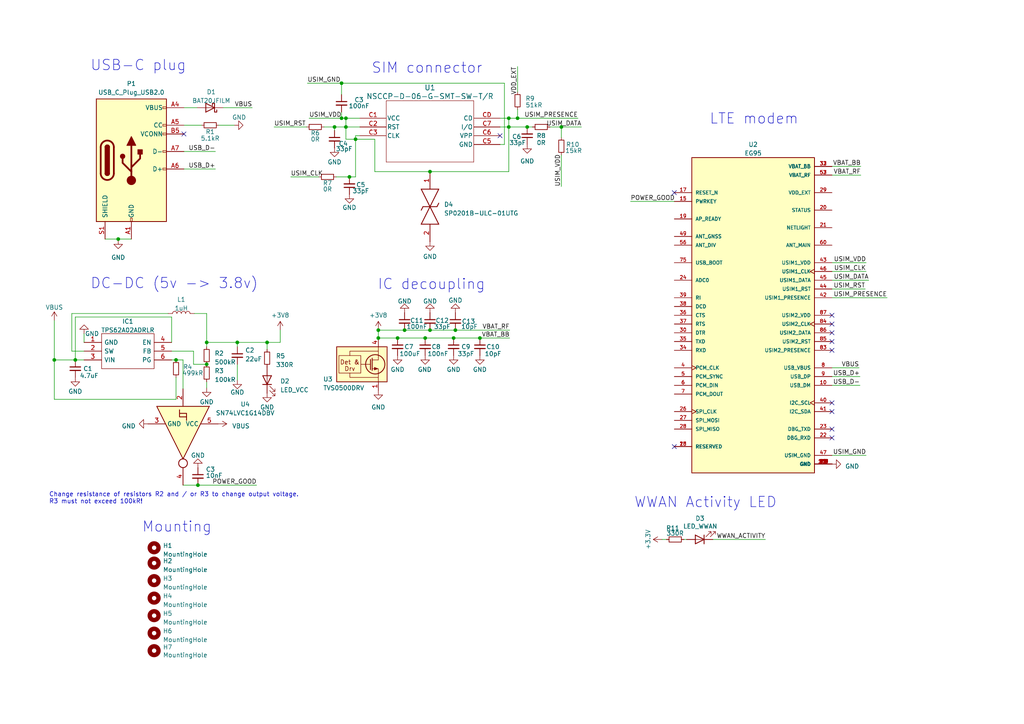
<source format=kicad_sch>
(kicad_sch (version 20230121) (generator eeschema)
  (paper "A4")
  (lib_symbols
    (symbol "74xGxx:SN74LVC1G14DBV"
      (property "Reference" "U" (at -5.08 10.16 0))
      (property "Value" "SN74LVC1G14DBV" (at 20.32 10.16 0))
      (symbol "SN74LVC1G14DBV_0_1"
        (polyline (pts (xy -2.032 1.016) (xy -1.016 1.016)) (stroke (width 0.254)) (fill (type background)))
        (polyline (pts (xy -5.08 7.62) (xy -5.08 -7.62) (xy 10.16 0) (xy -5.08 7.62)) (stroke (width 0.254)) (fill (type background)))
        (polyline (pts (xy -3.048 -1.016) (xy -3.048 1.016) (xy -2.032 1.016) (xy -2.032 -1.016) (xy -4.064 -1.016)) (stroke (width 0.254)) (fill (type background)))
        (circle (center 11.43 0) (radius 1.27) (stroke (width 0.254)))
      )
      (symbol "SN74LVC1G14DBV_1_1"
        (pin no_connect line (at 10.16 0 180) (length 5.08) hide (name "NC") (number "1"))
        (pin input line (at -10.16 0 0) (length 5.08) (name "~") (number "2"))
        (pin power_in line (at 0 -10.16 90) (length 5.08) (name "GND") (number "3"))
        (pin output line (at 17.78 0 180) (length 5.08) (name "~") (number "4"))
        (pin power_in line (at 0 10.16 270) (length 5.08) (name "VCC") (number "5"))
      )
    )
    (symbol "Connector:USB_C_Plug_USB2.0" (pin_names (offset 1.016))
      (property "Reference" "P" (at -10.16 19.05 0))
      (property "Value" "USB_C_Plug_USB2.0" (at 12.7 19.05 0))
      (symbol "USB_C_Plug_USB2.0_0_0"
        (rectangle (start -0.254 -17.78) (end 0.254 -16.764))
        (rectangle (start 10.16 -2.286) (end 9.144 -2.794))
        (rectangle (start 10.16 2.794) (end 9.144 2.286))
        (rectangle (start 10.16 7.874) (end 9.144 7.366))
        (rectangle (start 10.16 10.414) (end 9.144 9.906))
        (rectangle (start 10.16 15.494) (end 9.144 14.986))
      )
      (symbol "USB_C_Plug_USB2.0_0_1"
        (rectangle (start -10.16 17.78) (end 10.16 -17.78) (stroke (width 0.254)) (fill (type background)))
        (arc (start -8.89 -3.81) (mid -6.985 -5.7067) (end -5.08 -3.81) (stroke (width 0.508)))
        (arc (start -7.62 -3.81) (mid -6.985 -4.4423) (end -6.35 -3.81) (stroke (width 0.254)))
        (arc (start -7.62 -3.81) (mid -6.985 -4.4423) (end -6.35 -3.81) (stroke (width 0.254)) (fill (type outline)))
        (rectangle (start -7.62 -3.81) (end -6.35 3.81) (stroke (width 0.254)) (fill (type outline)))
        (arc (start -6.35 3.81) (mid -6.985 4.4423) (end -7.62 3.81) (stroke (width 0.254)))
        (arc (start -6.35 3.81) (mid -6.985 4.4423) (end -7.62 3.81) (stroke (width 0.254)) (fill (type outline)))
        (arc (start -5.08 3.81) (mid -6.985 5.7067) (end -8.89 3.81) (stroke (width 0.508)))
        (circle (center -2.54 1.143) (radius 0.635) (stroke (width 0.254)) (fill (type outline)))
        (circle (center 0 -5.842) (radius 1.27) (fill (type outline)))
        (polyline (pts (xy -8.89 -3.81) (xy -8.89 3.81)) (stroke (width 0.508)))
        (polyline (pts (xy -5.08 3.81) (xy -5.08 -3.81)) (stroke (width 0.508)))
        (polyline (pts (xy 0 -5.842) (xy 0 4.318)) (stroke (width 0.508)))
        (polyline (pts (xy 0 -3.302) (xy -2.54 -0.762) (xy -2.54 0.508)) (stroke (width 0.508)))
        (polyline (pts (xy 0 -2.032) (xy 2.54 0.508) (xy 2.54 1.778)) (stroke (width 0.508)))
        (polyline (pts (xy -1.27 4.318) (xy 0 6.858) (xy 1.27 4.318) (xy -1.27 4.318)) (stroke (width 0.254)) (fill (type outline)))
        (rectangle (start 1.905 1.778) (end 3.175 3.048) (stroke (width 0.254)) (fill (type outline)))
      )
      (symbol "USB_C_Plug_USB2.0_1_1"
        (pin passive line (at 0 -22.86 90) (length 5.08) (name "GND") (number "A1"))
        (pin passive line (at 0 -22.86 90) (length 5.08) hide (name "GND") (number "A12"))
        (pin passive line (at 15.24 15.24 180) (length 5.08) (name "VBUS") (number "A4"))
        (pin bidirectional line (at 15.24 10.16 180) (length 5.08) (name "CC") (number "A5"))
        (pin bidirectional line (at 15.24 -2.54 180) (length 5.08) (name "D+") (number "A6"))
        (pin bidirectional line (at 15.24 2.54 180) (length 5.08) (name "D-") (number "A7"))
        (pin passive line (at 15.24 15.24 180) (length 5.08) hide (name "VBUS") (number "A9"))
        (pin passive line (at 0 -22.86 90) (length 5.08) hide (name "GND") (number "B1"))
        (pin passive line (at 0 -22.86 90) (length 5.08) hide (name "GND") (number "B12"))
        (pin passive line (at 15.24 15.24 180) (length 5.08) hide (name "VBUS") (number "B4"))
        (pin bidirectional line (at 15.24 7.62 180) (length 5.08) (name "VCONN") (number "B5"))
        (pin passive line (at 15.24 15.24 180) (length 5.08) hide (name "VBUS") (number "B9"))
        (pin passive line (at -7.62 -22.86 90) (length 5.08) (name "SHIELD") (number "S1"))
      )
    )
    (symbol "Device:C_Small" (pin_numbers hide) (pin_names (offset 0.254) hide)
      (property "Reference" "C" (at 0.254 1.778 0))
      (property "Value" "C_Small" (at 0.254 -2.032 0))
      (symbol "C_Small_0_1"
        (polyline (pts (xy -1.524 -0.508) (xy 1.524 -0.508)) (stroke (width 0.3302)))
        (polyline (pts (xy -1.524 0.508) (xy 1.524 0.508)) (stroke (width 0.3048)))
      )
      (symbol "C_Small_1_1"
        (pin passive line (at 0 2.54 270) (length 2.032) (name "~") (number "1"))
        (pin passive line (at 0 -2.54 90) (length 2.032) (name "~") (number "2"))
      )
    )
    (symbol "Device:D_Schottky" (pin_numbers hide) (pin_names (offset 1.016) hide)
      (property "Reference" "D" (at 0 2.54 0))
      (property "Value" "D_Schottky" (at 0 -2.54 0))
      (symbol "D_Schottky_0_1"
        (polyline (pts (xy 1.27 0) (xy -1.27 0)))
        (polyline (pts (xy 1.27 1.27) (xy 1.27 -1.27) (xy -1.27 0) (xy 1.27 1.27)) (stroke (width 0.254)))
        (polyline (pts (xy -1.905 0.635) (xy -1.905 1.27) (xy -1.27 1.27) (xy -1.27 -1.27) (xy -0.635 -1.27) (xy -0.635 -0.635)) (stroke (width 0.254)))
      )
      (symbol "D_Schottky_1_1"
        (pin passive line (at -3.81 0 0) (length 2.54) (name "K") (number "1"))
        (pin passive line (at 3.81 0 180) (length 2.54) (name "A") (number "2"))
      )
    )
    (symbol "Device:L" (pin_numbers hide) (pin_names (offset 1.016) hide)
      (property "Reference" "L" (at -1.27 0 90))
      (property "Value" "L" (at 1.905 0 90))
      (symbol "L_0_1"
        (arc (start 0 -2.54) (mid 0.6323 -1.905) (end 0 -1.27))
        (arc (start 0 -1.27) (mid 0.6323 -0.635) (end 0 0))
        (arc (start 0 0) (mid 0.6323 0.635) (end 0 1.27))
        (arc (start 0 1.27) (mid 0.6323 1.905) (end 0 2.54))
      )
      (symbol "L_1_1"
        (pin passive line (at 0 3.81 270) (length 1.27) (name "1") (number "1"))
        (pin passive line (at 0 -3.81 90) (length 1.27) (name "2") (number "2"))
      )
    )
    (symbol "Device:LED" (pin_numbers hide) (pin_names (offset 1.016) hide)
      (property "Reference" "D" (at 0 2.54 0))
      (property "Value" "LED" (at 0 -2.54 0))
      (symbol "LED_0_1"
        (polyline (pts (xy -1.27 -1.27) (xy -1.27 1.27)) (stroke (width 0.254)))
        (polyline (pts (xy -1.27 0) (xy 1.27 0)))
        (polyline (pts (xy 1.27 -1.27) (xy 1.27 1.27) (xy -1.27 0) (xy 1.27 -1.27)) (stroke (width 0.254)))
        (polyline (pts (xy -3.048 -0.762) (xy -4.572 -2.286) (xy -3.81 -2.286) (xy -4.572 -2.286) (xy -4.572 -1.524)))
        (polyline (pts (xy -1.778 -0.762) (xy -3.302 -2.286) (xy -2.54 -2.286) (xy -3.302 -2.286) (xy -3.302 -1.524)))
      )
      (symbol "LED_1_1"
        (pin passive line (at -3.81 0 0) (length 2.54) (name "K") (number "1"))
        (pin passive line (at 3.81 0 180) (length 2.54) (name "A") (number "2"))
      )
    )
    (symbol "Device:R_Small" (pin_numbers hide) (pin_names (offset 0.254) hide)
      (property "Reference" "R" (at 0.762 0.508 0))
      (property "Value" "R_Small" (at 0.762 -1.016 0))
      (symbol "R_Small_0_1"
        (rectangle (start -0.762 1.778) (end 0.762 -1.778) (stroke (width 0.2032)))
      )
      (symbol "R_Small_1_1"
        (pin passive line (at 0 2.54 270) (length 0.762) (name "~") (number "1"))
        (pin passive line (at 0 -2.54 90) (length 0.762) (name "~") (number "2"))
      )
    )
    (symbol "EG95:EG95" (pin_names (offset 1.016))
      (property "Reference" "U" (at -17.78 46.482 0))
      (property "Value" "EG95" (at -17.78 -48.26 0))
      (symbol "EG95_0_0"
        (rectangle (start -17.78 -45.72) (end 17.78 45.72) (stroke (width 0.254)) (fill (type background)))
        (pin bidirectional line (at 22.86 -20.32 180) (length 5.08) (name "USB_DM") (number "10"))
        (pin power_in line (at 22.86 -43.18 180) (length 5.08) (name "GND") (number "100"))
        (pin power_in line (at 22.86 -43.18 180) (length 5.08) (name "GND") (number "101"))
        (pin power_in line (at 22.86 -43.18 180) (length 5.08) (name "GND") (number "102"))
        (pin power_in line (at 22.86 -43.18 180) (length 5.08) (name "GND") (number "103"))
        (pin power_in line (at 22.86 -43.18 180) (length 5.08) (name "GND") (number "104"))
        (pin power_in line (at 22.86 -43.18 180) (length 5.08) (name "GND") (number "105"))
        (pin power_in line (at 22.86 -43.18 180) (length 5.08) (name "GND") (number "106"))
        (pin input line (at -22.86 33.02 0) (length 5.08) (name "PWRKEY") (number "15"))
        (pin input line (at -22.86 35.56 0) (length 5.08) (name "RESET_N") (number "17"))
        (pin bidirectional line (at -22.86 -38.1 0) (length 5.08) (name "RESERVED") (number "18"))
        (pin input line (at -22.86 27.94 0) (length 5.08) (name "AP_READY") (number "19"))
        (pin output line (at 22.86 30.48 180) (length 5.08) (name "STATUS") (number "20"))
        (pin output line (at 22.86 25.4 180) (length 5.08) (name "NETLIGHT") (number "21"))
        (pin input line (at 22.86 -35.56 180) (length 5.08) (name "DBG_RXD") (number "22"))
        (pin output line (at 22.86 -33.02 180) (length 5.08) (name "DBG_TXD") (number "23"))
        (pin input line (at -22.86 10.16 0) (length 5.08) (name "ADC0") (number "24"))
        (pin bidirectional line (at -22.86 -38.1 0) (length 5.08) (name "RESERVED") (number "25"))
        (pin output clock (at -22.86 -27.94 0) (length 5.08) (name "SPI_CLK") (number "26"))
        (pin output line (at -22.86 -30.48 0) (length 5.08) (name "SPI_MOSI") (number "27"))
        (pin input line (at -22.86 -33.02 0) (length 5.08) (name "SPI_MISO") (number "28"))
        (pin output line (at 22.86 35.56 180) (length 5.08) (name "VDD_EXT") (number "29"))
        (pin power_in line (at 22.86 -43.18 180) (length 5.08) (name "GND") (number "3"))
        (pin input line (at -22.86 -5.08 0) (length 5.08) (name "DTR") (number "30"))
        (pin power_in line (at 22.86 -43.18 180) (length 5.08) (name "GND") (number "31"))
        (pin power_in line (at 22.86 43.18 180) (length 5.08) (name "VBAT_BB") (number "32"))
        (pin power_in line (at 22.86 43.18 180) (length 5.08) (name "VBAT_BB") (number "33"))
        (pin input line (at -22.86 -10.16 0) (length 5.08) (name "RXD") (number "34"))
        (pin output line (at -22.86 -7.62 0) (length 5.08) (name "TXD") (number "35"))
        (pin output line (at -22.86 0 0) (length 5.08) (name "CTS") (number "36"))
        (pin input line (at -22.86 -2.54 0) (length 5.08) (name "RTS") (number "37"))
        (pin output line (at -22.86 2.54 0) (length 5.08) (name "DCD") (number "38"))
        (pin output line (at -22.86 5.08 0) (length 5.08) (name "RI") (number "39"))
        (pin bidirectional clock (at -22.86 -15.24 0) (length 5.08) (name "PCM_CLK") (number "4"))
        (pin output clock (at 22.86 -25.4 180) (length 5.08) (name "I2C_SCL") (number "40"))
        (pin output line (at 22.86 -27.94 180) (length 5.08) (name "I2C_SDA") (number "41"))
        (pin input line (at 22.86 5.08 180) (length 5.08) (name "USIM1_PRESENCE") (number "42"))
        (pin power_in line (at 22.86 15.24 180) (length 5.08) (name "USIM1_VDD") (number "43"))
        (pin output line (at 22.86 7.62 180) (length 5.08) (name "USIM1_RST") (number "44"))
        (pin bidirectional line (at 22.86 10.16 180) (length 5.08) (name "USIM1_DATA") (number "45"))
        (pin output clock (at 22.86 12.7 180) (length 5.08) (name "USIM1_CLK") (number "46"))
        (pin power_in line (at 22.86 -40.64 180) (length 5.08) (name "USIM_GND") (number "47"))
        (pin power_in line (at 22.86 -43.18 180) (length 5.08) (name "GND") (number "48"))
        (pin input line (at -22.86 22.86 0) (length 5.08) (name "ANT_GNSS") (number "49"))
        (pin bidirectional line (at -22.86 -17.78 0) (length 5.08) (name "PCM_SYNC") (number "5"))
        (pin power_in line (at 22.86 -43.18 180) (length 5.08) (name "GND") (number "50"))
        (pin power_in line (at 22.86 40.64 180) (length 5.08) (name "VBAT_RF") (number "52"))
        (pin power_in line (at 22.86 40.64 180) (length 5.08) (name "VBAT_RF") (number "53"))
        (pin power_in line (at 22.86 -43.18 180) (length 5.08) (name "GND") (number "54"))
        (pin power_in line (at 22.86 -43.18 180) (length 5.08) (name "GND") (number "55"))
        (pin input line (at -22.86 20.32 0) (length 5.08) (name "ANT_DIV") (number "56"))
        (pin power_in line (at 22.86 -43.18 180) (length 5.08) (name "GND") (number "58"))
        (pin power_in line (at 22.86 -43.18 180) (length 5.08) (name "GND") (number "59"))
        (pin input line (at -22.86 -20.32 0) (length 5.08) (name "PCM_DIN") (number "6"))
        (pin bidirectional line (at 22.86 20.32 180) (length 5.08) (name "ANT_MAIN") (number "60"))
        (pin power_in line (at 22.86 -43.18 180) (length 5.08) (name "GND") (number "61"))
        (pin power_in line (at 22.86 -43.18 180) (length 5.08) (name "GND") (number "62"))
        (pin power_in line (at 22.86 -43.18 180) (length 5.08) (name "GND") (number "67"))
        (pin power_in line (at 22.86 -43.18 180) (length 5.08) (name "GND") (number "68"))
        (pin power_in line (at 22.86 -43.18 180) (length 5.08) (name "GND") (number "69"))
        (pin output line (at -22.86 -22.86 0) (length 5.08) (name "PCM_DOUT") (number "7"))
        (pin power_in line (at 22.86 -43.18 180) (length 5.08) (name "GND") (number "70"))
        (pin power_in line (at 22.86 -43.18 180) (length 5.08) (name "GND") (number "71"))
        (pin power_in line (at 22.86 -43.18 180) (length 5.08) (name "GND") (number "72"))
        (pin power_in line (at 22.86 -43.18 180) (length 5.08) (name "GND") (number "73"))
        (pin power_in line (at 22.86 -43.18 180) (length 5.08) (name "GND") (number "74"))
        (pin input line (at -22.86 15.24 0) (length 5.08) (name "USB_BOOT") (number "75"))
        (pin power_in line (at 22.86 -43.18 180) (length 5.08) (name "GND") (number "79"))
        (pin power_in line (at 22.86 -15.24 180) (length 5.08) (name "USB_VBUS") (number "8"))
        (pin power_in line (at 22.86 -43.18 180) (length 5.08) (name "GND") (number "80"))
        (pin power_in line (at 22.86 -43.18 180) (length 5.08) (name "GND") (number "81"))
        (pin power_in line (at 22.86 -43.18 180) (length 5.08) (name "GND") (number "82"))
        (pin input line (at 22.86 -10.16 180) (length 5.08) (name "USIM2_PRESENCE") (number "83"))
        (pin output clock (at 22.86 -2.54 180) (length 5.08) (name "USIM2_CLK") (number "84"))
        (pin output line (at 22.86 -7.62 180) (length 5.08) (name "USIM2_RST") (number "85"))
        (pin bidirectional line (at 22.86 -5.08 180) (length 5.08) (name "USIM2_DATA") (number "86"))
        (pin power_in line (at 22.86 0 180) (length 5.08) (name "USIM2_VDD") (number "87"))
        (pin power_in line (at 22.86 -43.18 180) (length 5.08) (name "GND") (number "89"))
        (pin bidirectional line (at 22.86 -17.78 180) (length 5.08) (name "USB_DP") (number "9"))
        (pin power_in line (at 22.86 -43.18 180) (length 5.08) (name "GND") (number "90"))
        (pin power_in line (at 22.86 -43.18 180) (length 5.08) (name "GND") (number "91"))
      )
    )
    (symbol "Mechanical:MountingHole" (pin_names (offset 1.016))
      (property "Reference" "H" (at 0 5.08 0))
      (property "Value" "MountingHole" (at 0 3.175 0))
      (symbol "MountingHole_0_1"
        (circle (center 0 0) (radius 1.27) (stroke (width 1.27)))
      )
    )
    (symbol "NSCCP-D-06-G-SMT-SW-T&slash_R_ADM:NSCCP-D-06-G-SMT-SW-T_R" (pin_names (offset 0.254))
      (property "Reference" "U" (at 20.32 10.16 0))
      (property "Value" "NSCCP-D-06-G-SMT-SW-T/R" (at 20.32 7.62 0))
      (symbol "NSCCP-D-06-G-SMT-SW-T_R_0_1"
        (polyline (pts (xy 7.62 -12.7) (xy 33.02 -12.7)) (stroke (width 0.127)))
        (polyline (pts (xy 7.62 5.08) (xy 7.62 -12.7)) (stroke (width 0.127)))
        (polyline (pts (xy 33.02 -12.7) (xy 33.02 5.08)) (stroke (width 0.127)))
        (polyline (pts (xy 33.02 5.08) (xy 7.62 5.08)) (stroke (width 0.127)))
        (pin unspecified line (at 0 0 0) (length 7.62) (name "VCC") (number "C1"))
        (pin unspecified line (at 0 -2.54 0) (length 7.62) (name "RST") (number "C2"))
        (pin unspecified line (at 0 -5.08 0) (length 7.62) (name "CLK") (number "C3"))
        (pin unspecified line (at 40.64 -7.62 180) (length 7.62) (name "GND") (number "C5"))
        (pin unspecified line (at 40.64 -5.08 180) (length 7.62) (name "VPP") (number "C6"))
        (pin unspecified line (at 40.64 -2.54 180) (length 7.62) (name "I/O") (number "C7"))
        (pin unspecified line (at 40.64 0 180) (length 7.62) (name "CD") (number "CD"))
      )
    )
    (symbol "Power_Protection:TVS0500DRV" (pin_names (offset 0) hide)
      (property "Reference" "U" (at 2.54 1.27 0))
      (property "Value" "TVS0500DRV" (at 2.54 -1.27 0))
      (symbol "TVS0500DRV_0_0"
        (rectangle (start -11.43 2.54) (end -5.08 -2.54))
        (polyline (pts (xy 0 1.27) (xy -1.778 1.27)))
        (polyline (pts (xy -8.255 -2.54) (xy -8.255 -3.81) (xy 0 -3.81)))
        (polyline (pts (xy -8.255 2.54) (xy -8.255 3.81) (xy 0 3.81)))
        (text "Det &" (at -8.255 0.635 0) (effects (font (size 1.27 1.27))))
        (text "Drv" (at -8.255 -1.27 0) (effects (font (size 1.27 1.27))))
      )
      (symbol "TVS0500DRV_0_1"
        (rectangle (start -12.065 5.08) (end 2.54 -5.08) (stroke (width 0.254)) (fill (type background)))
        (circle (center -0.889 0) (radius 2.794) (stroke (width 0.254)))
        (polyline (pts (xy -2.286 0) (xy -5.08 0)))
        (polyline (pts (xy -2.286 1.397) (xy -2.286 -1.524)) (stroke (width 0.254)))
        (polyline (pts (xy -1.778 1.778) (xy -1.778 -1.778)) (stroke (width 0.254)))
        (polyline (pts (xy 0 -2.54) (xy 0 -5.08)))
        (polyline (pts (xy 0 2.54) (xy 0 1.27)))
        (polyline (pts (xy 0 5.08) (xy 0 2.54)))
        (polyline (pts (xy 0 -2.54) (xy 0 -1.27) (xy -1.778 -1.27)))
        (polyline (pts (xy -0.127 -1.27) (xy -1.143 -1.651) (xy -1.143 -0.889) (xy -0.127 -1.27)) (fill (type outline)))
      )
      (symbol "TVS0500DRV_1_1"
        (pin power_in line (at 0 -7.62 90) (length 2.54) (name "GND") (number "1"))
        (pin passive line (at 0 -7.62 90) (length 2.54) hide (name "GND") (number "2"))
        (pin passive line (at 0 -7.62 90) (length 2.54) hide (name "GND") (number "3"))
        (pin passive line (at 0 7.62 270) (length 2.54) (name "IN") (number "4"))
        (pin passive line (at 0 7.62 270) (length 2.54) hide (name "IN") (number "5"))
        (pin passive line (at 0 7.62 270) (length 2.54) hide (name "IN") (number "6"))
        (pin passive line (at 0 -7.62 90) (length 2.54) hide (name "GND") (number "7"))
      )
    )
    (symbol "SP0201B-ULC-01UTG:SP0201B-ULC-01UTG" (pin_names hide)
      (property "Reference" "D" (at 12.7 8.89 0))
      (property "Value" "SP0201B-ULC-01UTG" (at 12.7 6.35 0))
      (symbol "SP0201B-ULC-01UTG_1_1"
        (polyline (pts (xy 5.08 2.54) (xy 5.08 -2.54)) (stroke (width 0.254)))
        (polyline (pts (xy 5.08 2.54) (xy 10.16 0)) (stroke (width 0.254)))
        (polyline (pts (xy 9.144 2.54) (xy 10.16 2.032)) (stroke (width 0.254)))
        (polyline (pts (xy 10.16 -2.032) (xy 10.16 2.032)) (stroke (width 0.254)))
        (polyline (pts (xy 10.16 -2.032) (xy 11.176 -2.54)) (stroke (width 0.254)))
        (polyline (pts (xy 10.16 0) (xy 5.08 -2.54)) (stroke (width 0.254)))
        (polyline (pts (xy 10.16 0) (xy 15.24 -2.54)) (stroke (width 0.254)))
        (polyline (pts (xy 15.24 2.54) (xy 10.16 0)) (stroke (width 0.254)))
        (polyline (pts (xy 15.24 2.54) (xy 15.24 -2.54)) (stroke (width 0.254)))
        (pin passive line (at 0 0 0) (length 5.08) (name "1") (number "1"))
        (pin passive line (at 20.32 0 180) (length 5.08) (name "2") (number "2"))
      )
    )
    (symbol "TPS62A02ADRLR:TPS62A02ADRLR" (pin_names (offset 0.762))
      (property "Reference" "IC" (at 21.59 7.62 0))
      (property "Value" "TPS62A02ADRLR" (at 21.59 5.08 0))
      (symbol "TPS62A02ADRLR_0_0"
        (pin passive line (at 0 0 0) (length 5.08) (name "GND") (number "1"))
        (pin passive line (at 0 -2.54 0) (length 5.08) (name "SW") (number "2"))
        (pin passive line (at 0 -5.08 0) (length 5.08) (name "VIN") (number "3"))
        (pin passive line (at 25.4 0 180) (length 5.08) (name "EN") (number "4"))
        (pin passive line (at 25.4 -2.54 180) (length 5.08) (name "FB") (number "5"))
        (pin passive line (at 25.4 -5.08 180) (length 5.08) (name "PG") (number "6"))
      )
      (symbol "TPS62A02ADRLR_0_1"
        (polyline (pts (xy 5.08 2.54) (xy 20.32 2.54) (xy 20.32 -7.62) (xy 5.08 -7.62) (xy 5.08 2.54)) (stroke (width 0.1524)))
      )
    )
    (symbol "power:+3.3V" (power) (pin_names (offset 0))
      (property "Value" "+3.3V" (at 0 3.556 0))
      (symbol "+3.3V_0_1"
        (polyline (pts (xy -0.762 1.27) (xy 0 2.54)))
        (polyline (pts (xy 0 0) (xy 0 2.54)))
        (polyline (pts (xy 0 2.54) (xy 0.762 1.27)))
      )
      (symbol "+3.3V_1_1"
        (pin power_in line (at 0 0 90) (length 0) hide (name "+3.3V") (number "1"))
      )
    )
    (symbol "power:+3V8" (power) (pin_names (offset 0))
      (property "Value" "+3V8" (at 0 3.556 0))
      (symbol "+3V8_0_1"
        (polyline (pts (xy -0.762 1.27) (xy 0 2.54)))
        (polyline (pts (xy 0 0) (xy 0 2.54)))
        (polyline (pts (xy 0 2.54) (xy 0.762 1.27)))
      )
      (symbol "+3V8_1_1"
        (pin power_in line (at 0 0 90) (length 0) hide (name "+3V8") (number "1"))
      )
    )
    (symbol "power:GND" (power) (pin_names (offset 0))
      (property "Value" "GND" (at 0 -3.81 0))
      (symbol "GND_0_1"
        (polyline (pts (xy 0 0) (xy 0 -1.27) (xy 1.27 -1.27) (xy 0 -2.54) (xy -1.27 -1.27) (xy 0 -1.27)))
      )
      (symbol "GND_1_1"
        (pin power_in line (at 0 0 270) (length 0) hide (name "GND") (number "1"))
      )
    )
    (symbol "power:VBUS" (power) (pin_names (offset 0))
      (property "Value" "VBUS" (at 0 3.81 0))
      (symbol "VBUS_0_1"
        (polyline (pts (xy -0.762 1.27) (xy 0 2.54)))
        (polyline (pts (xy 0 0) (xy 0 2.54)))
        (polyline (pts (xy 0 2.54) (xy 0.762 1.27)))
      )
      (symbol "VBUS_1_1"
        (pin power_in line (at 0 0 90) (length 0) hide (name "VBUS") (number "1"))
      )
    )
  )
  (junction (at 103.124 40.386))
  (junction (at 109.728 98.044))
  (junction (at 59.944 99.314))
  (junction (at 99.06 24.13))
  (junction (at 139.192 98.044))
  (junction (at 147.574 36.83))
  (junction (at 21.844 104.394))
  (junction (at 59.944 105.664))
  (junction (at 15.748 104.394))
  (junction (at 131.572 98.044))
  (junction (at 162.814 36.83))
  (junction (at 109.728 95.758))
  (junction (at 100.33 34.29))
  (junction (at 132.08 95.758))
  (junction (at 117.348 95.758))
  (junction (at 97.028 36.83))
  (junction (at 68.834 99.314))
  (junction (at 123.317 98.044))
  (junction (at 34.29 69.342))
  (junction (at 150.114 34.29))
  (junction (at 124.714 95.758))
  (junction (at 152.908 36.83))
  (junction (at 99.06 34.29))
  (junction (at 57.404 140.716))
  (junction (at 147.574 34.29))
  (junction (at 100.33 36.83))
  (junction (at 101.346 51.308))
  (junction (at 51.054 104.394))
  (junction (at 124.714 49.784))
  (junction (at 115.316 98.044))
  (junction (at 77.47 99.314))
  (no_connect (at 241.3 124.46))
  (no_connect (at 241.3 91.44))
  (no_connect (at 241.3 119.38))
  (no_connect (at 241.3 127))
  (no_connect (at 241.3 116.84))
  (no_connect (at 241.3 96.52))
  (no_connect (at 241.3 99.06))
  (no_connect (at 195.58 129.54))
  (no_connect (at 241.3 93.98))
  (no_connect (at 241.3 101.6))
  (no_connect (at 195.58 55.88))
  (no_connect (at 53.34 38.862))
  (no_connect (at 145.034 39.37))
  (wire (pts (xy 147.574 36.83) (xy 152.908 36.83)))
  (wire (pts (xy 100.33 40.386) (xy 103.124 40.386)))
  (wire (pts (xy 100.33 36.83) (xy 104.394 36.83)))
  (wire (pts (xy 108.712 49.784) (xy 124.714 49.784)))
  (wire (pts (xy 79.502 36.83) (xy 88.9 36.83)))
  (wire (pts (xy 51.054 115.824) (xy 51.054 109.474)))
  (wire (pts (xy 241.3 78.74) (xy 251.206 78.74)))
  (wire (pts (xy 77.47 99.314) (xy 81.28 99.314)))
  (wire (pts (xy 84.328 51.308) (xy 92.456 51.308)))
  (wire (pts (xy 241.3 76.2) (xy 251.206 76.2)))
  (wire (pts (xy 117.348 95.758) (xy 124.714 95.758)))
  (wire (pts (xy 100.33 36.83) (xy 100.33 40.386)))
  (wire (pts (xy 147.574 34.29) (xy 150.114 34.29)))
  (wire (pts (xy 103.124 51.308) (xy 101.346 51.308)))
  (wire (pts (xy 109.728 95.758) (xy 109.728 98.044)))
  (wire (pts (xy 146.304 24.13) (xy 146.304 41.91)))
  (wire (pts (xy 24.384 101.854) (xy 20.828 101.854)))
  (wire (pts (xy 206.756 156.464) (xy 221.996 156.464)))
  (wire (pts (xy 108.712 40.386) (xy 108.712 49.784)))
  (wire (pts (xy 249.428 111.76) (xy 241.3 111.76)))
  (wire (pts (xy 51.054 104.394) (xy 53.086 104.394)))
  (wire (pts (xy 99.06 24.13) (xy 146.304 24.13)))
  (wire (pts (xy 109.728 95.758) (xy 117.348 95.758)))
  (wire (pts (xy 53.086 140.716) (xy 57.404 140.716)))
  (wire (pts (xy 241.3 50.8) (xy 249.682 50.8)))
  (wire (pts (xy 139.192 98.044) (xy 131.572 98.044)))
  (wire (pts (xy 97.536 51.308) (xy 101.346 51.308)))
  (wire (pts (xy 59.944 90.932) (xy 59.944 99.314)))
  (wire (pts (xy 93.98 36.83) (xy 97.028 36.83)))
  (wire (pts (xy 63.5 36.322) (xy 67.945 36.322)))
  (wire (pts (xy 182.88 58.42) (xy 195.58 58.42)))
  (wire (pts (xy 124.714 95.758) (xy 132.08 95.758)))
  (wire (pts (xy 146.304 41.91) (xy 145.034 41.91)))
  (wire (pts (xy 241.3 132.08) (xy 251.206 132.08)))
  (wire (pts (xy 57.404 140.716) (xy 74.422 140.716)))
  (wire (pts (xy 77.47 99.314) (xy 77.47 101.346)))
  (wire (pts (xy 97.028 36.83) (xy 100.33 36.83)))
  (wire (pts (xy 53.086 104.394) (xy 53.086 112.776)))
  (wire (pts (xy 103.124 40.386) (xy 103.124 51.308)))
  (wire (pts (xy 150.114 19.304) (xy 150.114 26.67)))
  (wire (pts (xy 241.3 81.28) (xy 251.968 81.28)))
  (wire (pts (xy 241.3 86.36) (xy 257.302 86.36)))
  (wire (pts (xy 15.748 115.824) (xy 51.054 115.824)))
  (wire (pts (xy 59.944 99.314) (xy 59.944 100.584)))
  (wire (pts (xy 49.784 99.314) (xy 49.784 91.948)))
  (wire (pts (xy 162.814 36.83) (xy 162.814 39.878)))
  (wire (pts (xy 103.124 40.386) (xy 103.124 39.37)))
  (wire (pts (xy 49.784 91.948) (xy 21.844 91.948)))
  (wire (pts (xy 89.154 24.13) (xy 99.06 24.13)))
  (wire (pts (xy 103.124 40.386) (xy 108.712 40.386)))
  (wire (pts (xy 147.574 34.29) (xy 147.574 36.83)))
  (wire (pts (xy 132.08 95.758) (xy 147.828 95.758)))
  (wire (pts (xy 81.28 99.314) (xy 81.28 95.758)))
  (wire (pts (xy 15.748 92.964) (xy 15.748 104.394)))
  (wire (pts (xy 30.48 69.342) (xy 34.29 69.342)))
  (wire (pts (xy 99.06 34.29) (xy 89.662 34.29)))
  (wire (pts (xy 131.572 98.044) (xy 123.317 98.044)))
  (wire (pts (xy 150.114 34.29) (xy 167.64 34.29)))
  (wire (pts (xy 99.06 24.13) (xy 99.06 27.432)))
  (wire (pts (xy 59.944 99.314) (xy 68.834 99.314)))
  (wire (pts (xy 145.034 36.83) (xy 147.574 36.83)))
  (wire (pts (xy 53.34 43.942) (xy 62.484 43.942)))
  (wire (pts (xy 162.814 44.958) (xy 162.814 54.102)))
  (wire (pts (xy 115.316 98.044) (xy 123.317 98.044)))
  (wire (pts (xy 68.834 99.314) (xy 68.834 100.584)))
  (wire (pts (xy 150.114 31.75) (xy 150.114 34.29)))
  (wire (pts (xy 145.034 34.29) (xy 147.574 34.29)))
  (wire (pts (xy 34.29 69.342) (xy 34.29 69.596)))
  (wire (pts (xy 241.3 106.68) (xy 249.174 106.68)))
  (wire (pts (xy 15.748 115.824) (xy 15.748 104.394)))
  (wire (pts (xy 64.77 31.242) (xy 73.152 31.242)))
  (wire (pts (xy 241.3 109.22) (xy 249.428 109.22)))
  (wire (pts (xy 193.294 156.464) (xy 192.024 156.464)))
  (wire (pts (xy 139.192 98.044) (xy 147.828 98.044)))
  (wire (pts (xy 49.784 104.394) (xy 51.054 104.394)))
  (wire (pts (xy 56.134 101.854) (xy 56.134 105.664)))
  (wire (pts (xy 99.06 32.512) (xy 99.06 34.29)))
  (wire (pts (xy 24.384 96.774) (xy 24.384 99.314)))
  (wire (pts (xy 20.828 90.932) (xy 48.768 90.932)))
  (wire (pts (xy 57.15 31.242) (xy 53.34 31.242)))
  (wire (pts (xy 15.748 104.394) (xy 21.844 104.394)))
  (wire (pts (xy 100.33 34.29) (xy 100.33 36.83)))
  (wire (pts (xy 68.834 110.236) (xy 68.834 105.664)))
  (wire (pts (xy 241.3 83.82) (xy 250.952 83.82)))
  (wire (pts (xy 198.374 156.464) (xy 199.136 156.464)))
  (wire (pts (xy 53.34 49.022) (xy 62.484 49.022)))
  (wire (pts (xy 21.844 91.948) (xy 21.844 104.394)))
  (wire (pts (xy 103.124 39.37) (xy 104.394 39.37)))
  (wire (pts (xy 34.29 69.342) (xy 38.1 69.342)))
  (wire (pts (xy 99.06 34.29) (xy 100.33 34.29)))
  (wire (pts (xy 147.574 49.784) (xy 147.574 36.83)))
  (wire (pts (xy 53.34 36.322) (xy 58.42 36.322)))
  (wire (pts (xy 68.834 99.314) (xy 77.47 99.314)))
  (wire (pts (xy 49.784 101.854) (xy 56.134 101.854)))
  (wire (pts (xy 97.028 37.846) (xy 97.028 36.83)))
  (wire (pts (xy 152.908 36.83) (xy 154.432 36.83)))
  (wire (pts (xy 109.728 98.044) (xy 115.316 98.044)))
  (wire (pts (xy 241.3 48.26) (xy 249.682 48.26)))
  (wire (pts (xy 124.714 49.784) (xy 147.574 49.784)))
  (wire (pts (xy 20.828 101.854) (xy 20.828 90.932)))
  (wire (pts (xy 59.944 110.744) (xy 59.944 112.522)))
  (wire (pts (xy 56.388 90.932) (xy 59.944 90.932)))
  (wire (pts (xy 56.134 105.664) (xy 59.944 105.664)))
  (wire (pts (xy 100.33 34.29) (xy 104.394 34.29)))
  (wire (pts (xy 21.844 104.394) (xy 24.384 104.394)))
  (wire (pts (xy 159.512 36.83) (xy 162.814 36.83)))
  (wire (pts (xy 162.814 36.83) (xy 168.656 36.83)))
  (text "LTE modem" (at 205.74 36.322 0) (effects (font (size 3 3)) (justify left bottom)))
  (text "SIM connector\n" (at 107.696 21.59 0) (effects (font (size 3 3)) (justify left bottom)))
  (text "WWAN Activity LED\n" (at 183.896 147.574 0) (effects (font (size 3 3)) (justify left bottom)))
  (text "USB-C plug" (at 26.162 20.828 0) (effects (font (size 3 3)) (justify left bottom)))
  (text "IC decoupling\n" (at 109.474 84.328 0) (effects (font (size 3 3)) (justify left bottom)))
  (text "Mounting\n" (at 41.148 154.686 0) (effects (font (size 3 3)) (justify left bottom)))
  (text "DC-DC (5v -> 3.8v)\n" (at 26.162 84.074 0) (effects (font (size 3 3)) (justify left bottom)))
  (text "Change resistance of resistors R2 and / or R3 to change output voltage.\nR3 must not exceed 100kR!\n" (at 14.224 146.304 0) (effects (font (size 1.27 1.27)) (justify left bottom)))
  (label "USIM_VDD" (at 251.206 76.2 180))
  (label "USB_D-" (at 249.428 111.76 180))
  (label "USIM_PRESENCE" (at 167.64 34.29 180))
  (label "VBAT_RF" (at 147.828 95.758 180))
  (label "USIM_GND" (at 89.154 24.13 0))
  (label "USIM_CLK" (at 84.328 51.308 0))
  (label "VBAT_BB" (at 147.828 98.044 180))
  (label "WWAN_ACTIVITY" (at 221.996 156.464 180))
  (label "USIM_VDD" (at 162.814 54.102 90))
  (label "VBAT_RF" (at 249.682 50.8 180))
  (label "POWER_GOOD" (at 74.422 140.716 180))
  (label "USB_D+" (at 249.428 109.22 180))
  (label "USIM_PRESENCE" (at 257.302 86.36 180))
  (label "USIM_DATA" (at 251.968 81.28 180))
  (label "USB_D+" (at 62.484 49.022 180))
  (label "VBUS" (at 73.152 31.242 180))
  (label "USIM_GND" (at 251.206 132.08 180))
  (label "USB_D-" (at 62.484 43.942 180))
  (label "USIM_CLK" (at 251.206 78.74 180))
  (label "USIM_DATA" (at 168.656 36.83 180))
  (label "VBAT_BB" (at 249.682 48.26 180))
  (label "VBUS" (at 249.174 106.68 180))
  (label "USIM_VDD" (at 89.662 34.29 0))
  (label "VDD_EXT" (at 150.114 19.304 270))
  (label "USIM_RST" (at 79.502 36.83 0))
  (label "USIM_RST" (at 250.952 83.82 180))
  (label "POWER_GOOD" (at 182.88 58.42 0))
  (symbol (lib_id "power:GND") (at 123.317 103.124 0) (unit 1)
    (property "Reference" "#PWR03" (effects hide))
    (property "Value" "GND" (at 125.222 107.188 0) (effects (justify right)))
  )
  (symbol (lib_id "Mechanical:MountingHole") (at 44.704 178.562 0) (unit 1)
    (property "Reference" "H5" (at 47.244 177.927 0) (effects (justify left)))
    (property "Value" "MountingHole" (at 47.244 180.467 0) (effects (justify left)))
    (property "Footprint" "MountingHole:MountingHole_2.7mm_M2.5" (effects hide))
  )
  (symbol (lib_id "Connector:USB_C_Plug_USB2.0") (at 38.1 46.482 0) (unit 1)
    (property "Reference" "P1" (at 38.1 24.257 0))
    (property "Value" "USB_C_Plug_USB2.0" (at 38.1 26.797 0))
    (property "Footprint" "Connector_USB:USB_C_Plug_Molex_105444" (effects hide))
    (property "Datasheet" "https://www.usb.org/sites/default/files/documents/usb_type-c.zip" (effects hide))
  )
  (symbol (lib_id "power:GND") (at 68.834 110.236 0) (unit 1)
    (property "Reference" "#PWR013" (effects hide))
    (property "Value" "GND" (at 68.834 113.792 0))
  )
  (symbol (lib_id "Device:R_Small") (at 94.996 51.308 90) (unit 1)
    (property "Reference" "R7" (at 94.996 53.086 90))
    (property "Value" "0R" (at 94.996 54.864 90))
    (property "Footprint" "Resistor_SMD:R_1206_3216Metric" (effects hide))
  )
  (symbol (lib_id "Mechanical:MountingHole") (at 44.704 163.322 0) (unit 1)
    (property "Reference" "H2" (at 47.244 162.687 0) (effects (justify left)))
    (property "Value" "MountingHole" (at 47.244 165.227 0) (effects (justify left)))
    (property "Footprint" "MountingHole:MountingHole_2.7mm_M2.5" (effects hide))
  )
  (symbol (lib_id "Device:C_Small") (at 57.404 138.176 0) (unit 1)
    (property "Reference" "C3" (at 59.69 136.144 0) (effects (justify left)))
    (property "Value" "10nF" (at 59.69 137.922 0) (effects (justify left)))
  )
  (symbol (lib_id "power:GND") (at 34.29 69.596 0) (unit 1)
    (property "Reference" "#PWR06" (effects hide))
    (property "Value" "GND" (at 34.29 74.676 0))
  )
  (symbol (lib_id "power:GND") (at 115.316 103.124 0) (unit 1)
    (property "Reference" "#PWR01" (effects hide))
    (property "Value" "GND" (at 117.348 107.188 0) (effects (justify right)))
  )
  (symbol (lib_id "Device:C_Small") (at 132.08 93.218 0) (unit 1)
    (property "Reference" "C13" (at 135.89 93.218 0))
    (property "Value" "10pF" (at 136.144 94.742 0))
    (property "Footprint" "Capacitor_SMD:C_0603_1608Metric" (effects hide))
  )
  (symbol (lib_id "Device:C_Small") (at 99.06 29.972 0) (unit 1)
    (property "Reference" "C3" (at 104.14 28.956 0))
    (property "Value" "100nF" (at 104.14 30.734 0))
    (property "Footprint" "Capacitor_SMD:C_0603_1608Metric" (effects hide))
  )
  (symbol (lib_id "power:GND") (at 132.08 90.678 180) (unit 1)
    (property "Reference" "#PWR02" (effects hide))
    (property "Value" "GND" (at 130.048 87.122 0) (effects (justify right)))
  )
  (symbol (lib_id "Device:R_Small") (at 162.814 42.418 0) (unit 1)
    (property "Reference" "R10" (at 166.116 41.91 0))
    (property "Value" "15kR" (at 166.37 43.688 0))
    (property "Footprint" "Resistor_SMD:R_1206_3216Metric" (effects hide))
  )
  (symbol (lib_id "power:+3V8") (at 81.28 95.758 0) (unit 1)
    (property "Reference" "#PWR07" (effects hide))
    (property "Value" "+3V8" (at 81.28 91.44 0))
  )
  (symbol (lib_id "power:+3.3V") (at 192.024 156.464 90) (unit 1)
    (property "Reference" "#PWR024" (effects hide))
    (property "Value" "+3.3V" (at 187.96 156.464 0))
  )
  (symbol (lib_id "power:GND") (at 21.844 109.474 0) (unit 1)
    (property "Reference" "#PWR011" (effects hide))
    (property "Value" "GND" (at 21.844 113.538 0))
  )
  (symbol (lib_id "power:GND") (at 24.384 96.774 180) (unit 1)
    (property "Reference" "#PWR010" (effects hide))
    (property "Value" "GND" (at 24.638 96.774 0) (effects (justify right)))
  )
  (symbol (lib_id "Device:R_Small") (at 59.944 108.204 0) (unit 1)
    (property "Reference" "R3" (at 62.23 107.569 0) (effects (justify left)))
    (property "Value" "100kR" (at 62.23 110.109 0) (effects (justify left)))
    (property "Footprint" "Resistor_SMD:R_0805_2012Metric" (effects hide))
  )
  (symbol (lib_id "Mechanical:MountingHole") (at 44.704 168.402 0) (unit 1)
    (property "Reference" "H3" (at 47.244 167.767 0) (effects (justify left)))
    (property "Value" "MountingHole" (at 47.244 170.307 0) (effects (justify left)))
    (property "Footprint" "MountingHole:MountingHole_2.7mm_M2.5" (effects hide))
  )
  (symbol (lib_id "Device:C_Small") (at 124.714 93.218 0) (unit 1)
    (property "Reference" "C12" (at 128.27 92.964 0))
    (property "Value" "33pF" (at 128.27 94.742 0))
    (property "Footprint" "Capacitor_SMD:C_0603_1608Metric" (effects hide))
  )
  (symbol (lib_id "power:GND") (at 77.47 114.046 0) (unit 1)
    (property "Reference" "#PWR014" (effects hide))
    (property "Value" "GND" (at 77.47 118.11 0))
  )
  (symbol (lib_id "power:GND") (at 131.572 103.124 0) (unit 1)
    (property "Reference" "#PWR04" (effects hide))
    (property "Value" "GND" (at 133.604 107.188 0) (effects (justify right)))
  )
  (symbol (lib_id "power:GND") (at 124.714 70.104 0) (unit 1)
    (property "Reference" "#PWR019" (effects hide))
    (property "Value" "GND" (at 124.714 74.422 0))
  )
  (symbol (lib_id "Device:C_Small") (at 123.317 100.584 0) (unit 1)
    (property "Reference" "C8" (at 126.492 100.584 0))
    (property "Value" "100nF" (at 127 102.616 0))
    (property "Footprint" "Capacitor_SMD:C_0603_1608Metric" (effects hide))
  )
  (symbol (lib_id "SP0201B-ULC-01UTG:SP0201B-ULC-01UTG") (at 124.714 49.784 270) (unit 1)
    (property "Reference" "D4" (at 128.778 59.309 90) (effects (justify left)))
    (property "Value" "SP0201B-ULC-01UTG" (at 128.778 61.849 90) (effects (justify left)))
    (property "Footprint" "SP0201BULC01UTG" (effects hide))
    (property "Datasheet" "https://componentsearchengine.com/Datasheets/1/SP0201B-ULC-01UTG.pdf" (effects hide))
    (property "Mouser Part Number" "576-SP0201BULC-01UTG" (effects hide))
    (property "Mouser Price/Stock" "https://www.mouser.co.uk/ProductDetail/Littelfuse/SP0201B-ULC-01UTG?qs=lM4gFlnEeEOmudspIlGNsA%3D%3D" (effects hide))
    (property "Manufacturer_Name" "LITTELFUSE" (effects hide))
    (property "Manufacturer_Part_Number" "SP0201B-ULC-01UTG" (effects hide))
  )
  (symbol (lib_id "NSCCP-D-06-G-SMT-SW-T&slash_R_ADM:NSCCP-D-06-G-SMT-SW-T_R") (at 104.394 34.29 0) (unit 1)
    (property "Reference" "U1" (at 124.714 25.4 0) (effects (font (size 1.524 1.524))))
    (property "Value" "NSCCP-D-06-G-SMT-SW-T/R" (at 124.714 27.94 0) (effects (font (size 1.524 1.524))))
    (property "Footprint" "NSCCP-D-06-G-SMT-SW-T:NSCCP-D-06-G-SMT-SW-T&slash_R_ADM" (effects hide))
    (property "Datasheet" "NSCCP-D-06-G-SMT-SW-T/R" (effects hide))
  )
  (symbol (lib_id "Device:R_Small") (at 60.96 36.322 90) (unit 1)
    (property "Reference" "R1" (at 60.96 38.227 90))
    (property "Value" "5.1kR" (at 60.96 40.132 90))
    (property "Footprint" "Resistor_SMD:R_0603_1608Metric" (effects hide))
  )
  (symbol (lib_id "Device:C_Small") (at 131.572 100.584 0) (unit 1)
    (property "Reference" "C9" (at 135.128 100.584 0))
    (property "Value" "33pF" (at 135.128 102.616 0))
    (property "Footprint" "Capacitor_SMD:C_0603_1608Metric" (effects hide))
  )
  (symbol (lib_id "power:GND") (at 117.348 90.678 180) (unit 1)
    (property "Reference" "#PWR021" (effects hide))
    (property "Value" "GND" (at 115.316 87.376 0) (effects (justify right)))
  )
  (symbol (lib_id "power:+3V8") (at 109.728 95.758 0) (unit 1)
    (property "Reference" "#PWR015" (effects hide))
    (property "Value" "+3V8" (at 109.728 91.44 0))
  )
  (symbol (lib_id "power:GND") (at 241.3 134.62 90) (unit 1)
    (property "Reference" "#PWR020" (effects hide))
    (property "Value" "GND" (at 245.11 135.255 90) (effects (justify right)))
  )
  (symbol (lib_id "Device:D_Schottky") (at 60.96 31.242 180) (unit 1)
    (property "Reference" "D1" (at 61.2775 26.67 0))
    (property "Value" "BAT20JFILM" (at 61.2775 29.21 0))
    (property "Footprint" "Diode_SMD:D_SOD-323" (effects hide))
  )
  (symbol (lib_id "Device:C_Small") (at 21.844 106.934 0) (unit 1)
    (property "Reference" "C1" (at 24.13 106.934 0) (effects (justify left)))
    (property "Value" "4.7uF" (at 23.114 108.966 0) (effects (justify left)))
    (property "Footprint" "Capacitor_SMD:C_0603_1608Metric" (effects hide))
  )
  (symbol (lib_id "Device:L") (at 52.578 90.932 90) (unit 1)
    (property "Reference" "L1" (at 52.578 86.868 90))
    (property "Value" "1uH" (at 52.578 89.408 90))
    (property "Footprint" "Inductor_SMD:L_1008_2520Metric" (effects hide))
  )
  (symbol (lib_id "Device:C_Small") (at 117.348 93.218 0) (unit 1)
    (property "Reference" "C11" (at 120.904 92.964 0))
    (property "Value" "100nF" (at 120.904 94.742 0))
    (property "Footprint" "Capacitor_SMD:C_0603_1608Metric" (effects hide))
  )
  (symbol (lib_id "Device:C_Small") (at 152.908 39.37 180) (unit 1)
    (property "Reference" "C6" (at 149.86 39.624 0))
    (property "Value" "33pF" (at 150.114 41.402 0))
    (property "Footprint" "Capacitor_SMD:C_0603_1608Metric" (effects hide))
  )
  (symbol (lib_id "power:GND") (at 101.346 56.388 0) (unit 1)
    (property "Reference" "#PWR027" (effects hide))
    (property "Value" "GND" (at 101.346 60.198 0))
  )
  (symbol (lib_id "Device:R_Small") (at 156.972 36.83 270) (unit 1)
    (property "Reference" "R8" (at 156.972 39.37 90))
    (property "Value" "0R" (at 156.972 41.402 90))
    (property "Footprint" "Resistor_SMD:R_1206_3216Metric" (effects hide))
  )
  (symbol (lib_id "power:GND") (at 57.404 135.636 180) (unit 1)
    (property "Reference" "#PWR023" (effects hide))
    (property "Value" "GND" (at 57.404 132.08 0))
  )
  (symbol (lib_id "Device:C_Small") (at 68.834 103.124 0) (unit 1)
    (property "Reference" "C2" (at 71.12 101.6 0) (effects (justify left)))
    (property "Value" "22uF" (at 71.12 104.14 0) (effects (justify left)))
    (property "Footprint" "Capacitor_SMD:C_0603_1608Metric" (effects hide))
  )
  (symbol (lib_id "power:GND") (at 97.028 42.926 0) (unit 1)
    (property "Reference" "#PWR028" (effects hide))
    (property "Value" "GND" (at 97.028 46.99 0))
  )
  (symbol (lib_id "power:GND") (at 59.944 112.522 0) (unit 1)
    (property "Reference" "#PWR012" (effects hide))
    (property "Value" "GND" (at 59.944 116.586 0))
  )
  (symbol (lib_id "Mechanical:MountingHole") (at 44.704 158.877 0) (unit 1)
    (property "Reference" "H1" (at 47.244 158.242 0) (effects (justify left)))
    (property "Value" "MountingHole" (at 47.244 160.782 0) (effects (justify left)))
    (property "Footprint" "MountingHole:MountingHole_2.7mm_M2.5" (effects hide))
  )
  (symbol (lib_id "Mechanical:MountingHole") (at 44.704 173.482 0) (unit 1)
    (property "Reference" "H4" (at 47.244 172.847 0) (effects (justify left)))
    (property "Value" "MountingHole" (at 47.244 175.387 0) (effects (justify left)))
    (property "Footprint" "MountingHole:MountingHole_2.7mm_M2.5" (effects hide))
  )
  (symbol (lib_id "Device:R_Small") (at 91.44 36.83 270) (unit 1)
    (property "Reference" "R6" (at 91.44 38.608 90))
    (property "Value" "0R" (at 91.44 40.386 90))
    (property "Footprint" "Resistor_SMD:R_1206_3216Metric" (effects hide))
  )
  (symbol (lib_id "power:GND") (at 109.728 113.284 0) (unit 1)
    (property "Reference" "#PWR016" (effects hide))
    (property "Value" "GND" (at 109.728 118.11 0))
  )
  (symbol (lib_id "power:GND") (at 139.192 103.124 0) (unit 1)
    (property "Reference" "#PWR05" (effects hide))
    (property "Value" "GND" (at 141.224 107.188 0) (effects (justify right)))
  )
  (symbol (lib_id "power:VBUS") (at 63.246 122.936 270) (unit 1)
    (property "Reference" "#PWR022" (effects hide))
    (property "Value" "VBUS" (at 67.31 123.571 90) (effects (justify left)))
  )
  (symbol (lib_id "Mechanical:MountingHole") (at 44.704 188.722 0) (unit 1)
    (property "Reference" "H7" (at 47.244 187.706 0) (effects (justify left)))
    (property "Value" "MountingHole" (at 47.244 189.992 0) (effects (justify left)))
    (property "Footprint" "MountingHole:MountingHole_3mm" (effects hide))
  )
  (symbol (lib_id "power:GND") (at 152.908 41.91 0) (unit 1)
    (property "Reference" "#PWR026" (effects hide))
    (property "Value" "GND" (at 152.908 46.736 0))
  )
  (symbol (lib_id "Device:R_Small") (at 59.944 103.124 0) (unit 1)
    (property "Reference" "R2" (at 62.23 102.489 0) (effects (justify left)))
    (property "Value" "500kR" (at 62.23 105.029 0) (effects (justify left)))
    (property "Footprint" "Resistor_SMD:R_0805_2012Metric" (effects hide))
  )
  (symbol (lib_id "Power_Protection:TVS0500DRV") (at 109.728 105.664 0) (unit 1)
    (property "Reference" "U3" (at 93.726 109.982 0) (effects (justify left)))
    (property "Value" "TVS0500DRV" (at 93.726 112.522 0) (effects (justify left)))
    (property "Footprint" "Package_SON:WSON-6-1EP_2x2mm_P0.65mm_EP1x1.6mm" (effects hide))
    (property "Datasheet" "http://www.ti.com/lit/ds/symlink/tvs0500.pdf" (effects hide))
  )
  (symbol (lib_id "power:GND") (at 67.945 36.322 90) (unit 1)
    (property "Reference" "#PWR08" (effects hide))
    (property "Value" "GND" (at 67.31 34.036 90) (effects (justify right)))
  )
  (symbol (lib_id "Device:R_Small") (at 51.054 106.934 0) (unit 1)
    (property "Reference" "R4" (at 53.086 106.426 0) (effects (justify left)))
    (property "Value" "499kR" (at 52.832 108.204 0) (effects (justify left)))
    (property "Footprint" "Resistor_SMD:R_0805_2012Metric" (effects hide))
  )
  (symbol (lib_id "74xGxx:SN74LVC1G14DBV") (at 53.086 122.936 270) (unit 1)
    (property "Reference" "U4" (at 71.12 117.2463 90))
    (property "Value" "SN74LVC1G14DBV" (at 71.12 119.7863 90))
    (property "Footprint" "Package_TO_SOT_SMD:SOT-23-5" (effects hide))
    (property "Datasheet" "http://www.ti.com/lit/ds/symlink/sn74lvc1g14.pdf" (effects hide))
  )
  (symbol (lib_id "Device:R_Small") (at 150.114 29.21 0) (unit 1)
    (property "Reference" "R9" (at 152.4 28.575 0) (effects (justify left)))
    (property "Value" "51kR" (at 152.4 30.48 0) (effects (justify left)))
  )
  (symbol (lib_id "Device:C_Small") (at 97.028 40.386 0) (unit 1)
    (property "Reference" "C4" (at 99.568 41.656 0))
    (property "Value" "33pF" (at 99.822 43.18 0))
    (property "Footprint" "Capacitor_SMD:C_0603_1608Metric" (effects hide))
  )
  (symbol (lib_id "Device:C_Small") (at 115.316 100.584 0) (unit 1)
    (property "Reference" "C7" (at 118.618 100.584 0))
    (property "Value" "100uF" (at 118.872 102.616 0))
    (property "Footprint" "Capacitor_SMD:C_0603_1608Metric" (effects hide))
  )
  (symbol (lib_id "Device:R_Small") (at 195.834 156.464 90) (unit 1)
    (property "Reference" "R11" (at 197.104 153.162 90) (effects (justify left)))
    (property "Value" "330R" (at 198.374 154.686 90) (effects (justify left)))
    (property "Footprint" "Resistor_SMD:R_0603_1608Metric" (effects hide))
  )
  (symbol (lib_id "power:GND") (at 42.926 122.936 270) (unit 1)
    (property "Reference" "#PWR017" (effects hide))
    (property "Value" "GND" (at 39.37 123.571 90) (effects (justify right)))
  )
  (symbol (lib_id "Mechanical:MountingHole") (at 44.704 183.642 0) (unit 1)
    (property "Reference" "H6" (at 47.244 183.007 0) (effects (justify left)))
    (property "Value" "MountingHole" (at 47.244 185.547 0) (effects (justify left)))
    (property "Footprint" "MountingHole:MountingHole_2.7mm_M2.5" (effects hide))
  )
  (symbol (lib_id "EG95:EG95") (at 218.44 91.44 0) (unit 1)
    (property "Reference" "U2" (at 218.44 41.91 0))
    (property "Value" "EG95" (at 218.44 44.45 0))
    (property "Footprint" "EG95:XCVR_EG95" (effects hide))
    (property "PARTREV" "1.5" (effects hide))
    (property "STANDARD" "Manufacturer Recommendations" (effects hide))
    (property "MAXIMUM_PACKAGE_HEIGHT" "2.5mm" (effects hide))
    (property "MANUFACTURER" "Quectel" (effects hide))
  )
  (symbol (lib_id "Device:LED") (at 77.47 110.236 90) (unit 1)
    (property "Reference" "D2" (at 81.28 110.5534 90) (effects (justify right)))
    (property "Value" "LED_VCC" (at 81.28 113.0934 90) (effects (justify right)))
    (property "Footprint" "Diode_SMD:D_0402_1005Metric" (effects hide))
  )
  (symbol (lib_id "Device:C_Small") (at 101.346 53.848 180) (unit 1)
    (property "Reference" "C5" (at 104.648 53.594 0))
    (property "Value" "33pF" (at 104.648 55.372 0))
    (property "Footprint" "Capacitor_SMD:C_0603_1608Metric" (effects hide))
  )
  (symbol (lib_id "Device:LED") (at 202.946 156.464 180) (unit 1)
    (property "Reference" "D3" (at 201.676 150.368 0) (effects (justify right)))
    (property "Value" "LED_WWAN" (at 198.12 152.654 0) (effects (justify right)))
    (property "Footprint" "Diode_SMD:D_0402_1005Metric" (effects hide))
  )
  (symbol (lib_id "TPS62A02ADRLR:TPS62A02ADRLR") (at 24.384 99.314 0) (unit 1)
    (property "Reference" "IC1" (at 37.084 93.218 0))
    (property "Value" "TPS62A02ADRLR" (at 37.084 95.758 0))
    (property "Footprint" "TPS62A02ADRLR:SOTFL50P160X60-6N" (effects hide))
    (property "Datasheet" "https://www.ti.com/lit/ds/symlink/tps62a01a.pdf?ts=1674357044768&ref_url=https%253A%252F%252Fwww.google.com%252F" (effects hide))
    (property "Description" "Switching Voltage Regulators 2.5-V to 5.5-V input, 2-A high-efficiency step-down converter with forced PWM in SOT-563 package" (effects hide))
    (property "Height" "0.6" (effects hide))
    (property "Mouser Part Number" "595-TPS62A02ADRLR" (effects hide))
    (property "Mouser Price/Stock" "https://www.mouser.co.uk/ProductDetail/Texas-Instruments/TPS62A02ADRLR?qs=By6Nw2ByBD27zXzxBxM12w%3D%3D" (effects hide))
    (property "Manufacturer_Name" "Texas Instruments" (effects hide))
    (property "Manufacturer_Part_Number" "TPS62A02ADRLR" (effects hide))
  )
  (symbol (lib_id "power:VBUS") (at 15.748 92.964 0) (unit 1)
    (property "Reference" "#PWR09" (effects hide))
    (property "Value" "VBUS" (at 15.748 89.154 0))
  )
  (symbol (lib_id "Device:C_Small") (at 139.192 100.584 0) (unit 1)
    (property "Reference" "C10" (at 143.002 100.584 0))
    (property "Value" "10pF" (at 143.002 102.616 0))
    (property "Footprint" "Capacitor_SMD:C_0603_1608Metric" (effects hide))
  )
  (symbol (lib_id "power:GND") (at 124.714 90.678 180) (unit 1)
    (property "Reference" "#PWR018" (effects hide))
    (property "Value" "GND" (at 122.682 87.376 0) (effects (justify right)))
  )
  (symbol (lib_id "Device:R_Small") (at 77.47 103.886 0) (unit 1)
    (property "Reference" "R5" (at 80.01 103.251 0) (effects (justify left)))
    (property "Value" "330R" (at 80.01 105.791 0) (effects (justify left)))
    (property "Footprint" "Resistor_SMD:R_0603_1608Metric" (effects hide))
  )
)
</source>
